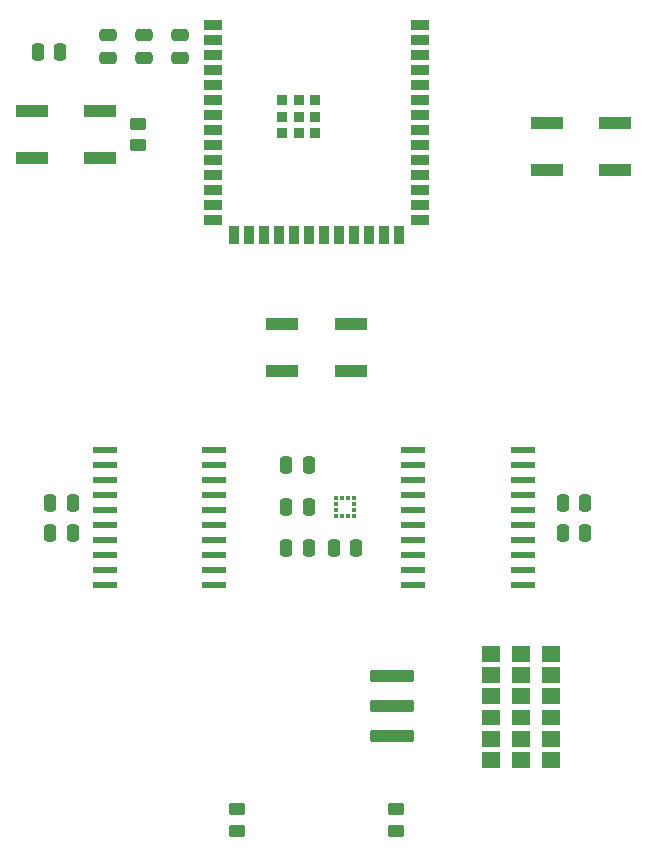
<source format=gbr>
%TF.GenerationSoftware,KiCad,Pcbnew,9.0.3*%
%TF.CreationDate,2025-08-18T21:06:09-04:00*%
%TF.ProjectId,robotbrain,726f626f-7462-4726-9169-6e2e6b696361,rev?*%
%TF.SameCoordinates,Original*%
%TF.FileFunction,Paste,Top*%
%TF.FilePolarity,Positive*%
%FSLAX46Y46*%
G04 Gerber Fmt 4.6, Leading zero omitted, Abs format (unit mm)*
G04 Created by KiCad (PCBNEW 9.0.3) date 2025-08-18 21:06:09*
%MOMM*%
%LPD*%
G01*
G04 APERTURE LIST*
G04 Aperture macros list*
%AMRoundRect*
0 Rectangle with rounded corners*
0 $1 Rounding radius*
0 $2 $3 $4 $5 $6 $7 $8 $9 X,Y pos of 4 corners*
0 Add a 4 corners polygon primitive as box body*
4,1,4,$2,$3,$4,$5,$6,$7,$8,$9,$2,$3,0*
0 Add four circle primitives for the rounded corners*
1,1,$1+$1,$2,$3*
1,1,$1+$1,$4,$5*
1,1,$1+$1,$6,$7*
1,1,$1+$1,$8,$9*
0 Add four rect primitives between the rounded corners*
20,1,$1+$1,$2,$3,$4,$5,0*
20,1,$1+$1,$4,$5,$6,$7,0*
20,1,$1+$1,$6,$7,$8,$9,0*
20,1,$1+$1,$8,$9,$2,$3,0*%
G04 Aperture macros list end*
%ADD10C,0.010000*%
%ADD11R,2.800000X1.000000*%
%ADD12RoundRect,0.250000X0.475000X-0.250000X0.475000X0.250000X-0.475000X0.250000X-0.475000X-0.250000X0*%
%ADD13RoundRect,0.250000X-0.250000X-0.475000X0.250000X-0.475000X0.250000X0.475000X-0.250000X0.475000X0*%
%ADD14R,0.900000X0.900000*%
%ADD15R,1.500000X0.900000*%
%ADD16R,0.900000X1.500000*%
%ADD17RoundRect,0.123750X-1.771250X-0.371250X1.771250X-0.371250X1.771250X0.371250X-1.771250X0.371250X0*%
%ADD18RoundRect,0.250000X0.450000X-0.262500X0.450000X0.262500X-0.450000X0.262500X-0.450000X-0.262500X0*%
%ADD19RoundRect,0.250000X-0.450000X0.262500X-0.450000X-0.262500X0.450000X-0.262500X0.450000X0.262500X0*%
%ADD20R,0.375000X0.350000*%
%ADD21R,0.350000X0.375000*%
%ADD22RoundRect,0.073750X-0.961250X-0.221250X0.961250X-0.221250X0.961250X0.221250X-0.961250X0.221250X0*%
G04 APERTURE END LIST*
D10*
%TO.C,U6*%
X126065000Y-106030000D02*
X124615000Y-106030000D01*
X124615000Y-104770000D01*
X126065000Y-104770000D01*
X126065000Y-106030000D01*
G36*
X126065000Y-106030000D02*
G01*
X124615000Y-106030000D01*
X124615000Y-104770000D01*
X126065000Y-104770000D01*
X126065000Y-106030000D01*
G37*
X126065000Y-107830000D02*
X124615000Y-107830000D01*
X124615000Y-106570000D01*
X126065000Y-106570000D01*
X126065000Y-107830000D01*
G36*
X126065000Y-107830000D02*
G01*
X124615000Y-107830000D01*
X124615000Y-106570000D01*
X126065000Y-106570000D01*
X126065000Y-107830000D01*
G37*
X126065000Y-109630000D02*
X124615000Y-109630000D01*
X124615000Y-108370000D01*
X126065000Y-108370000D01*
X126065000Y-109630000D01*
G36*
X126065000Y-109630000D02*
G01*
X124615000Y-109630000D01*
X124615000Y-108370000D01*
X126065000Y-108370000D01*
X126065000Y-109630000D01*
G37*
X126065000Y-111430000D02*
X124615000Y-111430000D01*
X124615000Y-110170000D01*
X126065000Y-110170000D01*
X126065000Y-111430000D01*
G36*
X126065000Y-111430000D02*
G01*
X124615000Y-111430000D01*
X124615000Y-110170000D01*
X126065000Y-110170000D01*
X126065000Y-111430000D01*
G37*
X126065000Y-113230000D02*
X124615000Y-113230000D01*
X124615000Y-111970000D01*
X126065000Y-111970000D01*
X126065000Y-113230000D01*
G36*
X126065000Y-113230000D02*
G01*
X124615000Y-113230000D01*
X124615000Y-111970000D01*
X126065000Y-111970000D01*
X126065000Y-113230000D01*
G37*
X126065000Y-115030000D02*
X124615000Y-115030000D01*
X124615000Y-113770000D01*
X126065000Y-113770000D01*
X126065000Y-115030000D01*
G36*
X126065000Y-115030000D02*
G01*
X124615000Y-115030000D01*
X124615000Y-113770000D01*
X126065000Y-113770000D01*
X126065000Y-115030000D01*
G37*
X128605000Y-106030000D02*
X127155000Y-106030000D01*
X127155000Y-104770000D01*
X128605000Y-104770000D01*
X128605000Y-106030000D01*
G36*
X128605000Y-106030000D02*
G01*
X127155000Y-106030000D01*
X127155000Y-104770000D01*
X128605000Y-104770000D01*
X128605000Y-106030000D01*
G37*
X128605000Y-107830000D02*
X127155000Y-107830000D01*
X127155000Y-106570000D01*
X128605000Y-106570000D01*
X128605000Y-107830000D01*
G36*
X128605000Y-107830000D02*
G01*
X127155000Y-107830000D01*
X127155000Y-106570000D01*
X128605000Y-106570000D01*
X128605000Y-107830000D01*
G37*
X128605000Y-109630000D02*
X127155000Y-109630000D01*
X127155000Y-108370000D01*
X128605000Y-108370000D01*
X128605000Y-109630000D01*
G36*
X128605000Y-109630000D02*
G01*
X127155000Y-109630000D01*
X127155000Y-108370000D01*
X128605000Y-108370000D01*
X128605000Y-109630000D01*
G37*
X128605000Y-111430000D02*
X127155000Y-111430000D01*
X127155000Y-110170000D01*
X128605000Y-110170000D01*
X128605000Y-111430000D01*
G36*
X128605000Y-111430000D02*
G01*
X127155000Y-111430000D01*
X127155000Y-110170000D01*
X128605000Y-110170000D01*
X128605000Y-111430000D01*
G37*
X128605000Y-113230000D02*
X127155000Y-113230000D01*
X127155000Y-111970000D01*
X128605000Y-111970000D01*
X128605000Y-113230000D01*
G36*
X128605000Y-113230000D02*
G01*
X127155000Y-113230000D01*
X127155000Y-111970000D01*
X128605000Y-111970000D01*
X128605000Y-113230000D01*
G37*
X128605000Y-115030000D02*
X127155000Y-115030000D01*
X127155000Y-113770000D01*
X128605000Y-113770000D01*
X128605000Y-115030000D01*
G36*
X128605000Y-115030000D02*
G01*
X127155000Y-115030000D01*
X127155000Y-113770000D01*
X128605000Y-113770000D01*
X128605000Y-115030000D01*
G37*
X131145000Y-106030000D02*
X129695000Y-106030000D01*
X129695000Y-104770000D01*
X131145000Y-104770000D01*
X131145000Y-106030000D01*
G36*
X131145000Y-106030000D02*
G01*
X129695000Y-106030000D01*
X129695000Y-104770000D01*
X131145000Y-104770000D01*
X131145000Y-106030000D01*
G37*
X131145000Y-107830000D02*
X129695000Y-107830000D01*
X129695000Y-106570000D01*
X131145000Y-106570000D01*
X131145000Y-107830000D01*
G36*
X131145000Y-107830000D02*
G01*
X129695000Y-107830000D01*
X129695000Y-106570000D01*
X131145000Y-106570000D01*
X131145000Y-107830000D01*
G37*
X131145000Y-109630000D02*
X129695000Y-109630000D01*
X129695000Y-108370000D01*
X131145000Y-108370000D01*
X131145000Y-109630000D01*
G36*
X131145000Y-109630000D02*
G01*
X129695000Y-109630000D01*
X129695000Y-108370000D01*
X131145000Y-108370000D01*
X131145000Y-109630000D01*
G37*
X131145000Y-111430000D02*
X129695000Y-111430000D01*
X129695000Y-110170000D01*
X131145000Y-110170000D01*
X131145000Y-111430000D01*
G36*
X131145000Y-111430000D02*
G01*
X129695000Y-111430000D01*
X129695000Y-110170000D01*
X131145000Y-110170000D01*
X131145000Y-111430000D01*
G37*
X131145000Y-113230000D02*
X129695000Y-113230000D01*
X129695000Y-111970000D01*
X131145000Y-111970000D01*
X131145000Y-113230000D01*
G36*
X131145000Y-113230000D02*
G01*
X129695000Y-113230000D01*
X129695000Y-111970000D01*
X131145000Y-111970000D01*
X131145000Y-113230000D01*
G37*
X131145000Y-115030000D02*
X129695000Y-115030000D01*
X129695000Y-113770000D01*
X131145000Y-113770000D01*
X131145000Y-115030000D01*
G36*
X131145000Y-115030000D02*
G01*
X129695000Y-115030000D01*
X129695000Y-113770000D01*
X131145000Y-113770000D01*
X131145000Y-115030000D01*
G37*
%TD*%
D11*
%TO.C,SW2*%
X107695000Y-77500000D03*
X113495000Y-77500000D03*
X107695000Y-81500000D03*
X113495000Y-81500000D03*
%TD*%
D12*
%TO.C,C6*%
X95990000Y-55000000D03*
X95990000Y-53100000D03*
%TD*%
D13*
%TO.C,C9*%
X131445000Y-92672500D03*
X133345000Y-92672500D03*
%TD*%
D14*
%TO.C,U1*%
X107695000Y-58560000D03*
X107695000Y-59960000D03*
X107695000Y-61360000D03*
X109095000Y-58560000D03*
X109095000Y-59960000D03*
X109095000Y-61360000D03*
X110495000Y-58560000D03*
X110495000Y-59960000D03*
X110495000Y-61360000D03*
D15*
X101845000Y-52240000D03*
X101845000Y-53510000D03*
X101845000Y-54780000D03*
X101845000Y-56050000D03*
X101845000Y-57320000D03*
X101845000Y-58590000D03*
X101845000Y-59860000D03*
X101845000Y-61130000D03*
X101845000Y-62400000D03*
X101845000Y-63670000D03*
X101845000Y-64940000D03*
X101845000Y-66210000D03*
X101845000Y-67480000D03*
X101845000Y-68750000D03*
D16*
X103610000Y-70000000D03*
X104880000Y-70000000D03*
X106150000Y-70000000D03*
X107420000Y-70000000D03*
X108690000Y-70000000D03*
X109960000Y-70000000D03*
X111230000Y-70000000D03*
X112500000Y-70000000D03*
X113770000Y-70000000D03*
X115040000Y-70000000D03*
X116310000Y-70000000D03*
X117580000Y-70000000D03*
D15*
X119345000Y-68750000D03*
X119345000Y-67480000D03*
X119345000Y-66210000D03*
X119345000Y-64940000D03*
X119345000Y-63670000D03*
X119345000Y-62400000D03*
X119345000Y-61130000D03*
X119345000Y-59860000D03*
X119345000Y-58590000D03*
X119345000Y-57320000D03*
X119345000Y-56050000D03*
X119345000Y-54780000D03*
X119345000Y-53510000D03*
X119345000Y-52240000D03*
%TD*%
D12*
%TO.C,C7*%
X99000000Y-55000000D03*
X99000000Y-53100000D03*
%TD*%
D13*
%TO.C,C8*%
X87000000Y-54500000D03*
X88900000Y-54500000D03*
%TD*%
%TO.C,C2*%
X108050000Y-89500000D03*
X109950000Y-89500000D03*
%TD*%
%TO.C,C3*%
X108050000Y-93000000D03*
X109950000Y-93000000D03*
%TD*%
D17*
%TO.C,U6*%
X117000000Y-107360000D03*
X117000000Y-109900000D03*
X117000000Y-112440000D03*
%TD*%
D12*
%TO.C,C5*%
X92980000Y-55000000D03*
X92980000Y-53100000D03*
%TD*%
D13*
%TO.C,C1*%
X112050000Y-96500000D03*
X113950000Y-96500000D03*
%TD*%
D18*
%TO.C,R1*%
X95500000Y-62412500D03*
X95500000Y-60587500D03*
%TD*%
D19*
%TO.C,R15*%
X103845000Y-118587500D03*
X103845000Y-120412500D03*
%TD*%
%TO.C,R16*%
X117345000Y-118587500D03*
X117345000Y-120412500D03*
%TD*%
D13*
%TO.C,C10*%
X88045000Y-92682500D03*
X89945000Y-92682500D03*
%TD*%
D20*
%TO.C,U2*%
X112237500Y-92250000D03*
X112237500Y-92750000D03*
X112237500Y-93250000D03*
X112237500Y-93750000D03*
D21*
X112750000Y-93762500D03*
X113250000Y-93762500D03*
D20*
X113762500Y-93750000D03*
X113762500Y-93250000D03*
X113762500Y-92750000D03*
X113762500Y-92250000D03*
D21*
X113250000Y-92237500D03*
X112750000Y-92237500D03*
%TD*%
D22*
%TO.C,U3*%
X92647700Y-88217500D03*
X92647700Y-89487500D03*
X92647700Y-90757500D03*
X92647700Y-92027500D03*
X92647700Y-93297500D03*
X92647700Y-94567500D03*
X92647700Y-95837500D03*
X92647700Y-97107500D03*
X92647700Y-98377500D03*
X92647700Y-99647500D03*
X101937700Y-99647500D03*
X101937700Y-98377500D03*
X101937700Y-97107500D03*
X101937700Y-95837500D03*
X101937700Y-94567500D03*
X101937700Y-93297500D03*
X101937700Y-92027500D03*
X101937700Y-90757500D03*
X101937700Y-89487500D03*
X101937700Y-88217500D03*
%TD*%
%TO.C,U4*%
X118780000Y-88217500D03*
X118780000Y-89487500D03*
X118780000Y-90757500D03*
X118780000Y-92027500D03*
X118780000Y-93297500D03*
X118780000Y-94567500D03*
X118780000Y-95837500D03*
X118780000Y-97107500D03*
X118780000Y-98377500D03*
X118780000Y-99647500D03*
X128070000Y-99647500D03*
X128070000Y-98377500D03*
X128070000Y-97107500D03*
X128070000Y-95837500D03*
X128070000Y-94567500D03*
X128070000Y-93297500D03*
X128070000Y-92027500D03*
X128070000Y-90757500D03*
X128070000Y-89487500D03*
X128070000Y-88217500D03*
%TD*%
D11*
%TO.C,SW5*%
X86500000Y-59500000D03*
X92300000Y-59500000D03*
X86500000Y-63500000D03*
X92300000Y-63500000D03*
%TD*%
D13*
%TO.C,C12*%
X131445000Y-95192500D03*
X133345000Y-95192500D03*
%TD*%
D11*
%TO.C,SW6*%
X130100000Y-60500000D03*
X135900000Y-60500000D03*
X130100000Y-64500000D03*
X135900000Y-64500000D03*
%TD*%
D13*
%TO.C,C4*%
X108050000Y-96500000D03*
X109950000Y-96500000D03*
%TD*%
%TO.C,C14*%
X88045000Y-95182500D03*
X89945000Y-95182500D03*
%TD*%
M02*

</source>
